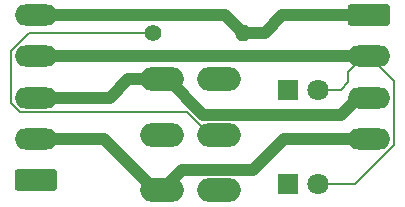
<source format=gbr>
%TF.GenerationSoftware,KiCad,Pcbnew,8.0.2*%
%TF.CreationDate,2024-12-24T22:57:44+01:00*%
%TF.ProjectId,CabControl,43616243-6f6e-4747-926f-6c2e6b696361,rev?*%
%TF.SameCoordinates,Original*%
%TF.FileFunction,Copper,L1,Top*%
%TF.FilePolarity,Positive*%
%FSLAX46Y46*%
G04 Gerber Fmt 4.6, Leading zero omitted, Abs format (unit mm)*
G04 Created by KiCad (PCBNEW 8.0.2) date 2024-12-24 22:57:44*
%MOMM*%
%LPD*%
G01*
G04 APERTURE LIST*
G04 Aperture macros list*
%AMRoundRect*
0 Rectangle with rounded corners*
0 $1 Rounding radius*
0 $2 $3 $4 $5 $6 $7 $8 $9 X,Y pos of 4 corners*
0 Add a 4 corners polygon primitive as box body*
4,1,4,$2,$3,$4,$5,$6,$7,$8,$9,$2,$3,0*
0 Add four circle primitives for the rounded corners*
1,1,$1+$1,$2,$3*
1,1,$1+$1,$4,$5*
1,1,$1+$1,$6,$7*
1,1,$1+$1,$8,$9*
0 Add four rect primitives between the rounded corners*
20,1,$1+$1,$2,$3,$4,$5,0*
20,1,$1+$1,$4,$5,$6,$7,0*
20,1,$1+$1,$6,$7,$8,$9,0*
20,1,$1+$1,$8,$9,$2,$3,0*%
G04 Aperture macros list end*
%TA.AperFunction,ComponentPad*%
%ADD10O,3.700000X2.000000*%
%TD*%
%TA.AperFunction,ComponentPad*%
%ADD11C,1.400000*%
%TD*%
%TA.AperFunction,ComponentPad*%
%ADD12O,1.400000X1.400000*%
%TD*%
%TA.AperFunction,ComponentPad*%
%ADD13O,3.600000X1.800000*%
%TD*%
%TA.AperFunction,ComponentPad*%
%ADD14RoundRect,0.250000X1.550000X-0.650000X1.550000X0.650000X-1.550000X0.650000X-1.550000X-0.650000X0*%
%TD*%
%TA.AperFunction,ComponentPad*%
%ADD15RoundRect,0.250000X-1.550000X0.650000X-1.550000X-0.650000X1.550000X-0.650000X1.550000X0.650000X0*%
%TD*%
%TA.AperFunction,ComponentPad*%
%ADD16R,1.800000X1.800000*%
%TD*%
%TA.AperFunction,ComponentPad*%
%ADD17C,1.800000*%
%TD*%
%TA.AperFunction,Conductor*%
%ADD18C,0.200000*%
%TD*%
%TA.AperFunction,Conductor*%
%ADD19C,1.000000*%
%TD*%
G04 APERTURE END LIST*
D10*
%TO.P,SW2,6,C*%
%TO.N,/trafo A*%
X148940574Y-84739534D03*
%TO.P,SW2,5,B*%
%TO.N,/spoor*%
X148940574Y-80039534D03*
%TO.P,SW2,4,A*%
%TO.N,/trafo B*%
X148940574Y-75339534D03*
%TO.P,SW2,3,C*%
%TO.N,/LED A*%
X153740574Y-84739534D03*
%TO.P,SW2,2,B*%
%TO.N,Net-(SW2A-B)*%
X153740574Y-80039534D03*
%TO.P,SW2,1,A*%
%TO.N,/LED B*%
X153740574Y-75339534D03*
%TD*%
D11*
%TO.P,R1,1*%
%TO.N,Net-(SW2A-B)*%
X148159574Y-71402534D03*
D12*
%TO.P,R1,2*%
%TO.N,GND*%
X155779574Y-71402534D03*
%TD*%
D13*
%TO.P,J2,5,Pin_5*%
%TO.N,GND*%
X138284074Y-69902534D03*
%TO.P,J2,4,Pin_4*%
%TO.N,VCC*%
X138284074Y-73402534D03*
%TO.P,J2,3,Pin_3*%
%TO.N,/trafo B*%
X138284074Y-76902534D03*
%TO.P,J2,2,Pin_2*%
%TO.N,/trafo A*%
X138284074Y-80402534D03*
D14*
%TO.P,J2,1,Pin_1*%
%TO.N,/spoor*%
X138284074Y-83902534D03*
%TD*%
D13*
%TO.P,J1,4,Pin_4*%
%TO.N,/trafo A*%
X166469574Y-80402534D03*
%TO.P,J1,3,Pin_3*%
%TO.N,/trafo B*%
X166469574Y-76902534D03*
%TO.P,J1,2,Pin_2*%
%TO.N,VCC*%
X166469574Y-73402534D03*
D15*
%TO.P,J1,1,Pin_1*%
%TO.N,GND*%
X166469574Y-69902534D03*
%TD*%
D16*
%TO.P,D1,1,K*%
%TO.N,/LED A*%
X159608574Y-76229534D03*
D17*
%TO.P,D1,2,A*%
%TO.N,VCC*%
X162148574Y-76229534D03*
%TD*%
%TO.P,D2,2,A*%
%TO.N,VCC*%
X162148574Y-84229534D03*
D16*
%TO.P,D2,1,K*%
%TO.N,/LED B*%
X159608574Y-84229534D03*
%TD*%
D18*
%TO.N,VCC*%
X164688574Y-74705534D02*
X164688574Y-75594534D01*
X164053574Y-76229534D02*
X162148574Y-76229534D01*
X165991574Y-73402534D02*
X164688574Y-74705534D01*
X166469574Y-73402534D02*
X165991574Y-73402534D01*
X164688574Y-75594534D02*
X164053574Y-76229534D01*
D19*
%TO.N,GND*%
X154279574Y-69902534D02*
X138284074Y-69902534D01*
X155779574Y-71402534D02*
X154279574Y-69902534D01*
D18*
%TO.N,Net-(SW2A-B)*%
X137687018Y-71402534D02*
X148159574Y-71402534D01*
X136887018Y-78102534D02*
X136113574Y-77329090D01*
X151038204Y-78102534D02*
X136887018Y-78102534D01*
X136113574Y-77329090D02*
X136113574Y-72975978D01*
X136113574Y-72975978D02*
X137687018Y-71402534D01*
X153740574Y-80039534D02*
X152975204Y-80039534D01*
X152975204Y-80039534D02*
X151038204Y-78102534D01*
D19*
%TO.N,/trafo A*%
X143969574Y-80402534D02*
X138284074Y-80402534D01*
X148306574Y-84739534D02*
X143969574Y-80402534D01*
X148940574Y-84739534D02*
X148306574Y-84739534D01*
%TO.N,VCC*%
X166469574Y-73402534D02*
X138284074Y-73402534D01*
%TO.N,/trafo B*%
X144469574Y-76902534D02*
X138284074Y-76902534D01*
X146032574Y-75339534D02*
X144469574Y-76902534D01*
X148940574Y-75339534D02*
X146032574Y-75339534D01*
%TO.N,GND*%
X157600574Y-71402534D02*
X159100574Y-69902534D01*
X159100574Y-69902534D02*
X166469574Y-69902534D01*
X155779574Y-71402534D02*
X157600574Y-71402534D01*
D18*
%TO.N,VCC*%
X165239630Y-84229534D02*
X162148574Y-84229534D01*
X168569574Y-80899590D02*
X165239630Y-84229534D01*
X168569574Y-75502534D02*
X168569574Y-80899590D01*
X166469574Y-73402534D02*
X168569574Y-75502534D01*
D19*
%TO.N,/trafo B*%
X165469574Y-76902534D02*
X166469574Y-76902534D01*
X164032574Y-78339534D02*
X165469574Y-76902534D01*
X152406574Y-78339534D02*
X164032574Y-78339534D01*
X149406574Y-75339534D02*
X152406574Y-78339534D01*
X148940574Y-75339534D02*
X149406574Y-75339534D01*
%TO.N,/trafo A*%
X156582574Y-83039534D02*
X159219574Y-80402534D01*
X150640574Y-83039534D02*
X156582574Y-83039534D01*
X148940574Y-84739534D02*
X150640574Y-83039534D01*
X159219574Y-80402534D02*
X166469574Y-80402534D01*
%TD*%
M02*

</source>
